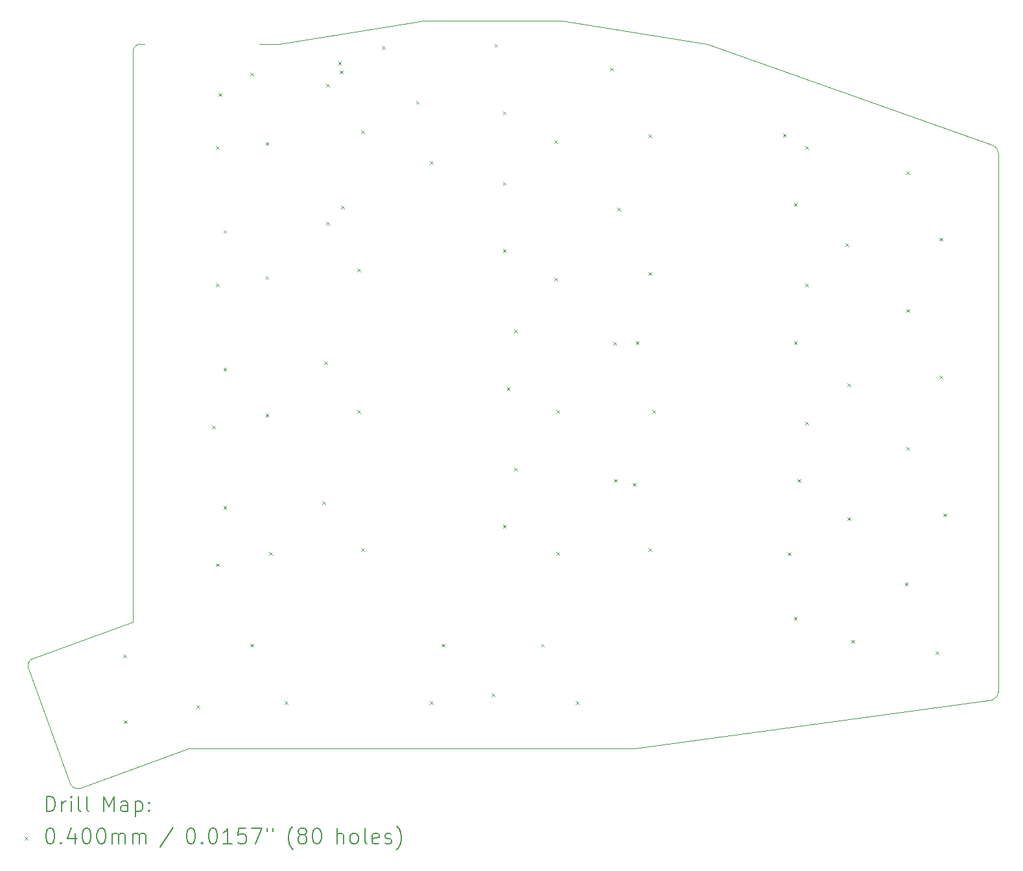
<source format=gbr>
%TF.GenerationSoftware,KiCad,Pcbnew,(7.0.0-0)*%
%TF.CreationDate,2023-03-08T00:10:04+08:00*%
%TF.ProjectId,Input,496e7075-742e-46b6-9963-61645f706362,1*%
%TF.SameCoordinates,PX7bfa480PY6052340*%
%TF.FileFunction,Drillmap*%
%TF.FilePolarity,Positive*%
%FSLAX45Y45*%
G04 Gerber Fmt 4.5, Leading zero omitted, Abs format (unit mm)*
G04 Created by KiCad (PCBNEW (7.0.0-0)) date 2023-03-08 00:10:04*
%MOMM*%
%LPD*%
G01*
G04 APERTURE LIST*
%ADD10C,0.100000*%
%ADD11C,0.200000*%
%ADD12C,0.040000*%
G04 APERTURE END LIST*
D10*
X2900000Y5000000D02*
X1000000Y4700000D01*
X6600000Y4700000D02*
X4700000Y5000000D01*
X-750000Y4700000D02*
X-800000Y4700000D01*
X-900000Y4599000D02*
X-900000Y-2850000D01*
X10325000Y-3860000D02*
G75*
G03*
X10400000Y-3764289I-23570J95711D01*
G01*
X1000000Y4700000D02*
X750000Y4700000D01*
X5650000Y-4500000D02*
X10325000Y-3860000D01*
X-175000Y-4500000D02*
X5650000Y-4500000D01*
X-800000Y4700005D02*
G75*
G03*
X-900000Y4599000I0J-100005D01*
G01*
X-1719107Y-4955972D02*
X-2266339Y-3452464D01*
X-1719110Y-4955973D02*
G75*
G03*
X-1590936Y-5015740I93970J34203D01*
G01*
X10330000Y3375000D02*
X6600000Y4700000D01*
X10400001Y3279289D02*
G75*
G03*
X10330000Y3375000I-100431J1D01*
G01*
X-2206573Y-3324290D02*
G75*
G03*
X-2266339Y-3452464I34203J-93970D01*
G01*
X4700000Y5000000D02*
X2900000Y5000000D01*
X-2206572Y-3324293D02*
X-900000Y-2850000D01*
X-175000Y-4500000D02*
X-1590936Y-5015740D01*
X10400000Y-3764289D02*
X10400000Y3279289D01*
D11*
D12*
X-1027327Y-3272673D02*
X-987327Y-3312673D01*
X-987327Y-3272673D02*
X-1027327Y-3312673D01*
X-1020000Y-4130000D02*
X-980000Y-4170000D01*
X-980000Y-4130000D02*
X-1020000Y-4170000D01*
X-70000Y-3930000D02*
X-30000Y-3970000D01*
X-30000Y-3930000D02*
X-70000Y-3970000D01*
X130000Y-280000D02*
X170000Y-320000D01*
X170000Y-280000D02*
X130000Y-320000D01*
X180000Y3370000D02*
X220000Y3330000D01*
X220000Y3370000D02*
X180000Y3330000D01*
X180000Y1570000D02*
X220000Y1530000D01*
X220000Y1570000D02*
X180000Y1530000D01*
X180000Y-2080000D02*
X220000Y-2120000D01*
X220000Y-2080000D02*
X180000Y-2120000D01*
X216986Y4056986D02*
X256986Y4016986D01*
X256986Y4056986D02*
X216986Y4016986D01*
X280000Y470000D02*
X320000Y430000D01*
X320000Y470000D02*
X280000Y430000D01*
X280000Y-1330000D02*
X320000Y-1370000D01*
X320000Y-1330000D02*
X280000Y-1370000D01*
X280000Y2270000D02*
X320000Y2230000D01*
X320000Y2270000D02*
X280000Y2230000D01*
X630000Y4323300D02*
X670000Y4283300D01*
X670000Y4323300D02*
X630000Y4283300D01*
X630000Y-3130000D02*
X670000Y-3170000D01*
X670000Y-3130000D02*
X630000Y-3170000D01*
X830000Y3420000D02*
X870000Y3380000D01*
X870000Y3420000D02*
X830000Y3380000D01*
X830000Y1670000D02*
X870000Y1630000D01*
X870000Y1670000D02*
X830000Y1630000D01*
X830000Y-130000D02*
X870000Y-170000D01*
X870000Y-130000D02*
X830000Y-170000D01*
X880000Y-1930000D02*
X920000Y-1970000D01*
X920000Y-1930000D02*
X880000Y-1970000D01*
X1080000Y-3880000D02*
X1120000Y-3920000D01*
X1120000Y-3880000D02*
X1080000Y-3920000D01*
X1572500Y-1272500D02*
X1612500Y-1312500D01*
X1612500Y-1272500D02*
X1572500Y-1312500D01*
X1596250Y553750D02*
X1636250Y513750D01*
X1636250Y553750D02*
X1596250Y513750D01*
X1622500Y4177500D02*
X1662500Y4137500D01*
X1662500Y4177500D02*
X1622500Y4137500D01*
X1622500Y2377500D02*
X1662500Y2337500D01*
X1662500Y2377500D02*
X1622500Y2337500D01*
X1780000Y4470000D02*
X1820000Y4430000D01*
X1820000Y4470000D02*
X1780000Y4430000D01*
X1797500Y4352500D02*
X1837500Y4312500D01*
X1837500Y4352500D02*
X1797500Y4312500D01*
X1820000Y2590000D02*
X1860000Y2550000D01*
X1860000Y2590000D02*
X1820000Y2550000D01*
X2030000Y1770000D02*
X2070000Y1730000D01*
X2070000Y1770000D02*
X2030000Y1730000D01*
X2030000Y-80000D02*
X2070000Y-120000D01*
X2070000Y-80000D02*
X2030000Y-120000D01*
X2080000Y3570000D02*
X2120000Y3530000D01*
X2120000Y3570000D02*
X2080000Y3530000D01*
X2080000Y-1880000D02*
X2120000Y-1920000D01*
X2120000Y-1880000D02*
X2080000Y-1920000D01*
X2350000Y4670000D02*
X2390000Y4630000D01*
X2390000Y4670000D02*
X2350000Y4630000D01*
X2795000Y3955000D02*
X2835000Y3915000D01*
X2835000Y3955000D02*
X2795000Y3915000D01*
X2980000Y3170000D02*
X3020000Y3130000D01*
X3020000Y3170000D02*
X2980000Y3130000D01*
X2980000Y-3880000D02*
X3020000Y-3920000D01*
X3020000Y-3880000D02*
X2980000Y-3920000D01*
X3130000Y-3130000D02*
X3170000Y-3170000D01*
X3170000Y-3130000D02*
X3130000Y-3170000D01*
X3780000Y-3780000D02*
X3820000Y-3820000D01*
X3820000Y-3780000D02*
X3780000Y-3820000D01*
X3820000Y4700000D02*
X3860000Y4660000D01*
X3860000Y4700000D02*
X3820000Y4660000D01*
X3930000Y3820000D02*
X3970000Y3780000D01*
X3970000Y3820000D02*
X3930000Y3780000D01*
X3930000Y2897550D02*
X3970000Y2857550D01*
X3970000Y2897550D02*
X3930000Y2857550D01*
X3930000Y2020000D02*
X3970000Y1980000D01*
X3970000Y2020000D02*
X3930000Y1980000D01*
X3930000Y-1580000D02*
X3970000Y-1620000D01*
X3970000Y-1580000D02*
X3930000Y-1620000D01*
X3980000Y220000D02*
X4020000Y180000D01*
X4020000Y220000D02*
X3980000Y180000D01*
X4080000Y970000D02*
X4120000Y930000D01*
X4120000Y970000D02*
X4080000Y930000D01*
X4080000Y-830000D02*
X4120000Y-870000D01*
X4120000Y-830000D02*
X4080000Y-870000D01*
X4430000Y-3130000D02*
X4470000Y-3170000D01*
X4470000Y-3130000D02*
X4430000Y-3170000D01*
X4605500Y3444500D02*
X4645500Y3404500D01*
X4645500Y3444500D02*
X4605500Y3404500D01*
X4605500Y1645500D02*
X4645500Y1605500D01*
X4645500Y1645500D02*
X4605500Y1605500D01*
X4630000Y-80000D02*
X4670000Y-120000D01*
X4670000Y-80000D02*
X4630000Y-120000D01*
X4630000Y-1930000D02*
X4670000Y-1970000D01*
X4670000Y-1930000D02*
X4630000Y-1970000D01*
X4880000Y-3880000D02*
X4920000Y-3920000D01*
X4920000Y-3880000D02*
X4880000Y-3920000D01*
X5330000Y4390000D02*
X5370000Y4350000D01*
X5370000Y4390000D02*
X5330000Y4350000D01*
X5372500Y812500D02*
X5412500Y772500D01*
X5412500Y812500D02*
X5372500Y772500D01*
X5380000Y-980000D02*
X5420000Y-1020000D01*
X5420000Y-980000D02*
X5380000Y-1020000D01*
X5422500Y2562500D02*
X5462500Y2522500D01*
X5462500Y2562500D02*
X5422500Y2522500D01*
X5630000Y-1030000D02*
X5670000Y-1070000D01*
X5670000Y-1030000D02*
X5630000Y-1070000D01*
X5665000Y820000D02*
X5705000Y780000D01*
X5705000Y820000D02*
X5665000Y780000D01*
X5830000Y3520000D02*
X5870000Y3480000D01*
X5870000Y3520000D02*
X5830000Y3480000D01*
X5830000Y1720000D02*
X5870000Y1680000D01*
X5870000Y1720000D02*
X5830000Y1680000D01*
X5830000Y-1880000D02*
X5870000Y-1920000D01*
X5870000Y-1880000D02*
X5830000Y-1920000D01*
X5880000Y-80000D02*
X5920000Y-120000D01*
X5920000Y-80000D02*
X5880000Y-120000D01*
X7587500Y3527500D02*
X7627500Y3487500D01*
X7627500Y3527500D02*
X7587500Y3487500D01*
X7652500Y-1937500D02*
X7692500Y-1977500D01*
X7692500Y-1937500D02*
X7652500Y-1977500D01*
X7730000Y2620000D02*
X7770000Y2580000D01*
X7770000Y2620000D02*
X7730000Y2580000D01*
X7730000Y820000D02*
X7770000Y780000D01*
X7770000Y820000D02*
X7730000Y780000D01*
X7730000Y-2780000D02*
X7770000Y-2820000D01*
X7770000Y-2780000D02*
X7730000Y-2820000D01*
X7780000Y-980000D02*
X7820000Y-1020000D01*
X7820000Y-980000D02*
X7780000Y-1020000D01*
X7880000Y3370000D02*
X7920000Y3330000D01*
X7920000Y3370000D02*
X7880000Y3330000D01*
X7880000Y1570000D02*
X7920000Y1530000D01*
X7920000Y1570000D02*
X7880000Y1530000D01*
X7880000Y-230000D02*
X7920000Y-270000D01*
X7920000Y-230000D02*
X7880000Y-270000D01*
X8405500Y2095500D02*
X8445500Y2055500D01*
X8445500Y2095500D02*
X8405500Y2055500D01*
X8430000Y270000D02*
X8470000Y230000D01*
X8470000Y270000D02*
X8430000Y230000D01*
X8430000Y-1480000D02*
X8470000Y-1520000D01*
X8470000Y-1480000D02*
X8430000Y-1520000D01*
X8480000Y-3080000D02*
X8520000Y-3120000D01*
X8520000Y-3080000D02*
X8480000Y-3120000D01*
X9180000Y-2330000D02*
X9220000Y-2370000D01*
X9220000Y-2330000D02*
X9180000Y-2370000D01*
X9197500Y3037500D02*
X9237500Y2997500D01*
X9237500Y3037500D02*
X9197500Y2997500D01*
X9197500Y1237500D02*
X9237500Y1197500D01*
X9237500Y1237500D02*
X9197500Y1197500D01*
X9197500Y-562500D02*
X9237500Y-602500D01*
X9237500Y-562500D02*
X9197500Y-602500D01*
X9580000Y-3230000D02*
X9620000Y-3270000D01*
X9620000Y-3230000D02*
X9580000Y-3270000D01*
X9630000Y2170000D02*
X9670000Y2130000D01*
X9670000Y2170000D02*
X9630000Y2130000D01*
X9630000Y370000D02*
X9670000Y330000D01*
X9670000Y370000D02*
X9630000Y330000D01*
X9680000Y-1430000D02*
X9720000Y-1470000D01*
X9720000Y-1430000D02*
X9680000Y-1470000D01*
D11*
X-2029752Y-5320247D02*
X-2029752Y-5120247D01*
X-2029752Y-5120247D02*
X-1982133Y-5120247D01*
X-1982133Y-5120247D02*
X-1953561Y-5129771D01*
X-1953561Y-5129771D02*
X-1934514Y-5148819D01*
X-1934514Y-5148819D02*
X-1924990Y-5167866D01*
X-1924990Y-5167866D02*
X-1915466Y-5205961D01*
X-1915466Y-5205961D02*
X-1915466Y-5234533D01*
X-1915466Y-5234533D02*
X-1924990Y-5272628D01*
X-1924990Y-5272628D02*
X-1934514Y-5291676D01*
X-1934514Y-5291676D02*
X-1953561Y-5310723D01*
X-1953561Y-5310723D02*
X-1982133Y-5320247D01*
X-1982133Y-5320247D02*
X-2029752Y-5320247D01*
X-1829752Y-5320247D02*
X-1829752Y-5186914D01*
X-1829752Y-5225009D02*
X-1820228Y-5205961D01*
X-1820228Y-5205961D02*
X-1810704Y-5196438D01*
X-1810704Y-5196438D02*
X-1791657Y-5186914D01*
X-1791657Y-5186914D02*
X-1772609Y-5186914D01*
X-1705942Y-5320247D02*
X-1705942Y-5186914D01*
X-1705942Y-5120247D02*
X-1715466Y-5129771D01*
X-1715466Y-5129771D02*
X-1705942Y-5139295D01*
X-1705942Y-5139295D02*
X-1696418Y-5129771D01*
X-1696418Y-5129771D02*
X-1705942Y-5120247D01*
X-1705942Y-5120247D02*
X-1705942Y-5139295D01*
X-1582133Y-5320247D02*
X-1601180Y-5310723D01*
X-1601180Y-5310723D02*
X-1610704Y-5291676D01*
X-1610704Y-5291676D02*
X-1610704Y-5120247D01*
X-1477371Y-5320247D02*
X-1496418Y-5310723D01*
X-1496418Y-5310723D02*
X-1505942Y-5291676D01*
X-1505942Y-5291676D02*
X-1505942Y-5120247D01*
X-1281180Y-5320247D02*
X-1281180Y-5120247D01*
X-1281180Y-5120247D02*
X-1214514Y-5263104D01*
X-1214514Y-5263104D02*
X-1147847Y-5120247D01*
X-1147847Y-5120247D02*
X-1147847Y-5320247D01*
X-966895Y-5320247D02*
X-966895Y-5215485D01*
X-966895Y-5215485D02*
X-976418Y-5196438D01*
X-976418Y-5196438D02*
X-995466Y-5186914D01*
X-995466Y-5186914D02*
X-1033561Y-5186914D01*
X-1033561Y-5186914D02*
X-1052609Y-5196438D01*
X-966895Y-5310723D02*
X-985942Y-5320247D01*
X-985942Y-5320247D02*
X-1033561Y-5320247D01*
X-1033561Y-5320247D02*
X-1052609Y-5310723D01*
X-1052609Y-5310723D02*
X-1062133Y-5291676D01*
X-1062133Y-5291676D02*
X-1062133Y-5272628D01*
X-1062133Y-5272628D02*
X-1052609Y-5253580D01*
X-1052609Y-5253580D02*
X-1033561Y-5244057D01*
X-1033561Y-5244057D02*
X-985942Y-5244057D01*
X-985942Y-5244057D02*
X-966895Y-5234533D01*
X-871657Y-5186914D02*
X-871657Y-5386914D01*
X-871657Y-5196438D02*
X-852609Y-5186914D01*
X-852609Y-5186914D02*
X-814514Y-5186914D01*
X-814514Y-5186914D02*
X-795466Y-5196438D01*
X-795466Y-5196438D02*
X-785942Y-5205961D01*
X-785942Y-5205961D02*
X-776418Y-5225009D01*
X-776418Y-5225009D02*
X-776418Y-5282152D01*
X-776418Y-5282152D02*
X-785942Y-5301199D01*
X-785942Y-5301199D02*
X-795466Y-5310723D01*
X-795466Y-5310723D02*
X-814514Y-5320247D01*
X-814514Y-5320247D02*
X-852609Y-5320247D01*
X-852609Y-5320247D02*
X-871657Y-5310723D01*
X-690704Y-5301199D02*
X-681180Y-5310723D01*
X-681180Y-5310723D02*
X-690704Y-5320247D01*
X-690704Y-5320247D02*
X-700228Y-5310723D01*
X-700228Y-5310723D02*
X-690704Y-5301199D01*
X-690704Y-5301199D02*
X-690704Y-5320247D01*
X-690704Y-5196438D02*
X-681180Y-5205961D01*
X-681180Y-5205961D02*
X-690704Y-5215485D01*
X-690704Y-5215485D02*
X-700228Y-5205961D01*
X-700228Y-5205961D02*
X-690704Y-5196438D01*
X-690704Y-5196438D02*
X-690704Y-5215485D01*
D12*
X-2317371Y-5646771D02*
X-2277371Y-5686771D01*
X-2277371Y-5646771D02*
X-2317371Y-5686771D01*
D11*
X-1991657Y-5540247D02*
X-1972609Y-5540247D01*
X-1972609Y-5540247D02*
X-1953561Y-5549771D01*
X-1953561Y-5549771D02*
X-1944037Y-5559295D01*
X-1944037Y-5559295D02*
X-1934514Y-5578342D01*
X-1934514Y-5578342D02*
X-1924990Y-5616437D01*
X-1924990Y-5616437D02*
X-1924990Y-5664057D01*
X-1924990Y-5664057D02*
X-1934514Y-5702152D01*
X-1934514Y-5702152D02*
X-1944037Y-5721199D01*
X-1944037Y-5721199D02*
X-1953561Y-5730723D01*
X-1953561Y-5730723D02*
X-1972609Y-5740247D01*
X-1972609Y-5740247D02*
X-1991657Y-5740247D01*
X-1991657Y-5740247D02*
X-2010704Y-5730723D01*
X-2010704Y-5730723D02*
X-2020228Y-5721199D01*
X-2020228Y-5721199D02*
X-2029752Y-5702152D01*
X-2029752Y-5702152D02*
X-2039276Y-5664057D01*
X-2039276Y-5664057D02*
X-2039276Y-5616437D01*
X-2039276Y-5616437D02*
X-2029752Y-5578342D01*
X-2029752Y-5578342D02*
X-2020228Y-5559295D01*
X-2020228Y-5559295D02*
X-2010704Y-5549771D01*
X-2010704Y-5549771D02*
X-1991657Y-5540247D01*
X-1839276Y-5721199D02*
X-1829752Y-5730723D01*
X-1829752Y-5730723D02*
X-1839276Y-5740247D01*
X-1839276Y-5740247D02*
X-1848799Y-5730723D01*
X-1848799Y-5730723D02*
X-1839276Y-5721199D01*
X-1839276Y-5721199D02*
X-1839276Y-5740247D01*
X-1658323Y-5606914D02*
X-1658323Y-5740247D01*
X-1705942Y-5530723D02*
X-1753561Y-5673580D01*
X-1753561Y-5673580D02*
X-1629752Y-5673580D01*
X-1515466Y-5540247D02*
X-1496418Y-5540247D01*
X-1496418Y-5540247D02*
X-1477371Y-5549771D01*
X-1477371Y-5549771D02*
X-1467847Y-5559295D01*
X-1467847Y-5559295D02*
X-1458323Y-5578342D01*
X-1458323Y-5578342D02*
X-1448799Y-5616437D01*
X-1448799Y-5616437D02*
X-1448799Y-5664057D01*
X-1448799Y-5664057D02*
X-1458323Y-5702152D01*
X-1458323Y-5702152D02*
X-1467847Y-5721199D01*
X-1467847Y-5721199D02*
X-1477371Y-5730723D01*
X-1477371Y-5730723D02*
X-1496418Y-5740247D01*
X-1496418Y-5740247D02*
X-1515466Y-5740247D01*
X-1515466Y-5740247D02*
X-1534514Y-5730723D01*
X-1534514Y-5730723D02*
X-1544037Y-5721199D01*
X-1544037Y-5721199D02*
X-1553561Y-5702152D01*
X-1553561Y-5702152D02*
X-1563085Y-5664057D01*
X-1563085Y-5664057D02*
X-1563085Y-5616437D01*
X-1563085Y-5616437D02*
X-1553561Y-5578342D01*
X-1553561Y-5578342D02*
X-1544037Y-5559295D01*
X-1544037Y-5559295D02*
X-1534514Y-5549771D01*
X-1534514Y-5549771D02*
X-1515466Y-5540247D01*
X-1324990Y-5540247D02*
X-1305942Y-5540247D01*
X-1305942Y-5540247D02*
X-1286895Y-5549771D01*
X-1286895Y-5549771D02*
X-1277371Y-5559295D01*
X-1277371Y-5559295D02*
X-1267847Y-5578342D01*
X-1267847Y-5578342D02*
X-1258323Y-5616437D01*
X-1258323Y-5616437D02*
X-1258323Y-5664057D01*
X-1258323Y-5664057D02*
X-1267847Y-5702152D01*
X-1267847Y-5702152D02*
X-1277371Y-5721199D01*
X-1277371Y-5721199D02*
X-1286895Y-5730723D01*
X-1286895Y-5730723D02*
X-1305942Y-5740247D01*
X-1305942Y-5740247D02*
X-1324990Y-5740247D01*
X-1324990Y-5740247D02*
X-1344038Y-5730723D01*
X-1344038Y-5730723D02*
X-1353561Y-5721199D01*
X-1353561Y-5721199D02*
X-1363085Y-5702152D01*
X-1363085Y-5702152D02*
X-1372609Y-5664057D01*
X-1372609Y-5664057D02*
X-1372609Y-5616437D01*
X-1372609Y-5616437D02*
X-1363085Y-5578342D01*
X-1363085Y-5578342D02*
X-1353561Y-5559295D01*
X-1353561Y-5559295D02*
X-1344038Y-5549771D01*
X-1344038Y-5549771D02*
X-1324990Y-5540247D01*
X-1172609Y-5740247D02*
X-1172609Y-5606914D01*
X-1172609Y-5625961D02*
X-1163085Y-5616437D01*
X-1163085Y-5616437D02*
X-1144038Y-5606914D01*
X-1144038Y-5606914D02*
X-1115466Y-5606914D01*
X-1115466Y-5606914D02*
X-1096418Y-5616437D01*
X-1096418Y-5616437D02*
X-1086895Y-5635485D01*
X-1086895Y-5635485D02*
X-1086895Y-5740247D01*
X-1086895Y-5635485D02*
X-1077371Y-5616437D01*
X-1077371Y-5616437D02*
X-1058323Y-5606914D01*
X-1058323Y-5606914D02*
X-1029752Y-5606914D01*
X-1029752Y-5606914D02*
X-1010704Y-5616437D01*
X-1010704Y-5616437D02*
X-1001180Y-5635485D01*
X-1001180Y-5635485D02*
X-1001180Y-5740247D01*
X-905942Y-5740247D02*
X-905942Y-5606914D01*
X-905942Y-5625961D02*
X-896418Y-5616437D01*
X-896418Y-5616437D02*
X-877371Y-5606914D01*
X-877371Y-5606914D02*
X-848799Y-5606914D01*
X-848799Y-5606914D02*
X-829752Y-5616437D01*
X-829752Y-5616437D02*
X-820228Y-5635485D01*
X-820228Y-5635485D02*
X-820228Y-5740247D01*
X-820228Y-5635485D02*
X-810704Y-5616437D01*
X-810704Y-5616437D02*
X-791656Y-5606914D01*
X-791656Y-5606914D02*
X-763085Y-5606914D01*
X-763085Y-5606914D02*
X-744037Y-5616437D01*
X-744037Y-5616437D02*
X-734514Y-5635485D01*
X-734514Y-5635485D02*
X-734514Y-5740247D01*
X-376418Y-5530723D02*
X-547847Y-5787866D01*
X-151657Y-5540247D02*
X-132609Y-5540247D01*
X-132609Y-5540247D02*
X-113561Y-5549771D01*
X-113561Y-5549771D02*
X-104037Y-5559295D01*
X-104037Y-5559295D02*
X-94514Y-5578342D01*
X-94514Y-5578342D02*
X-84990Y-5616437D01*
X-84990Y-5616437D02*
X-84990Y-5664057D01*
X-84990Y-5664057D02*
X-94514Y-5702152D01*
X-94514Y-5702152D02*
X-104037Y-5721199D01*
X-104037Y-5721199D02*
X-113561Y-5730723D01*
X-113561Y-5730723D02*
X-132609Y-5740247D01*
X-132609Y-5740247D02*
X-151657Y-5740247D01*
X-151657Y-5740247D02*
X-170704Y-5730723D01*
X-170704Y-5730723D02*
X-180228Y-5721199D01*
X-180228Y-5721199D02*
X-189752Y-5702152D01*
X-189752Y-5702152D02*
X-199275Y-5664057D01*
X-199275Y-5664057D02*
X-199275Y-5616437D01*
X-199275Y-5616437D02*
X-189752Y-5578342D01*
X-189752Y-5578342D02*
X-180228Y-5559295D01*
X-180228Y-5559295D02*
X-170704Y-5549771D01*
X-170704Y-5549771D02*
X-151657Y-5540247D01*
X724Y-5721199D02*
X10248Y-5730723D01*
X10248Y-5730723D02*
X724Y-5740247D01*
X724Y-5740247D02*
X-8799Y-5730723D01*
X-8799Y-5730723D02*
X724Y-5721199D01*
X724Y-5721199D02*
X724Y-5740247D01*
X134058Y-5540247D02*
X153106Y-5540247D01*
X153106Y-5540247D02*
X172153Y-5549771D01*
X172153Y-5549771D02*
X181677Y-5559295D01*
X181677Y-5559295D02*
X191201Y-5578342D01*
X191201Y-5578342D02*
X200724Y-5616437D01*
X200724Y-5616437D02*
X200724Y-5664057D01*
X200724Y-5664057D02*
X191201Y-5702152D01*
X191201Y-5702152D02*
X181677Y-5721199D01*
X181677Y-5721199D02*
X172153Y-5730723D01*
X172153Y-5730723D02*
X153106Y-5740247D01*
X153106Y-5740247D02*
X134058Y-5740247D01*
X134058Y-5740247D02*
X115010Y-5730723D01*
X115010Y-5730723D02*
X105486Y-5721199D01*
X105486Y-5721199D02*
X95963Y-5702152D01*
X95963Y-5702152D02*
X86439Y-5664057D01*
X86439Y-5664057D02*
X86439Y-5616437D01*
X86439Y-5616437D02*
X95963Y-5578342D01*
X95963Y-5578342D02*
X105486Y-5559295D01*
X105486Y-5559295D02*
X115010Y-5549771D01*
X115010Y-5549771D02*
X134058Y-5540247D01*
X391201Y-5740247D02*
X276915Y-5740247D01*
X334058Y-5740247D02*
X334058Y-5540247D01*
X334058Y-5540247D02*
X315010Y-5568819D01*
X315010Y-5568819D02*
X295963Y-5587866D01*
X295963Y-5587866D02*
X276915Y-5597390D01*
X572153Y-5540247D02*
X476915Y-5540247D01*
X476915Y-5540247D02*
X467391Y-5635485D01*
X467391Y-5635485D02*
X476915Y-5625961D01*
X476915Y-5625961D02*
X495963Y-5616437D01*
X495963Y-5616437D02*
X543582Y-5616437D01*
X543582Y-5616437D02*
X562629Y-5625961D01*
X562629Y-5625961D02*
X572153Y-5635485D01*
X572153Y-5635485D02*
X581677Y-5654533D01*
X581677Y-5654533D02*
X581677Y-5702152D01*
X581677Y-5702152D02*
X572153Y-5721199D01*
X572153Y-5721199D02*
X562629Y-5730723D01*
X562629Y-5730723D02*
X543582Y-5740247D01*
X543582Y-5740247D02*
X495963Y-5740247D01*
X495963Y-5740247D02*
X476915Y-5730723D01*
X476915Y-5730723D02*
X467391Y-5721199D01*
X648344Y-5540247D02*
X781677Y-5540247D01*
X781677Y-5540247D02*
X695963Y-5740247D01*
X848344Y-5540247D02*
X848344Y-5578342D01*
X924534Y-5540247D02*
X924534Y-5578342D01*
X1187391Y-5816437D02*
X1177867Y-5806914D01*
X1177867Y-5806914D02*
X1158820Y-5778342D01*
X1158820Y-5778342D02*
X1149296Y-5759295D01*
X1149296Y-5759295D02*
X1139772Y-5730723D01*
X1139772Y-5730723D02*
X1130248Y-5683104D01*
X1130248Y-5683104D02*
X1130248Y-5645009D01*
X1130248Y-5645009D02*
X1139772Y-5597390D01*
X1139772Y-5597390D02*
X1149296Y-5568819D01*
X1149296Y-5568819D02*
X1158820Y-5549771D01*
X1158820Y-5549771D02*
X1177867Y-5521199D01*
X1177867Y-5521199D02*
X1187391Y-5511676D01*
X1292153Y-5625961D02*
X1273106Y-5616437D01*
X1273106Y-5616437D02*
X1263582Y-5606914D01*
X1263582Y-5606914D02*
X1254058Y-5587866D01*
X1254058Y-5587866D02*
X1254058Y-5578342D01*
X1254058Y-5578342D02*
X1263582Y-5559295D01*
X1263582Y-5559295D02*
X1273106Y-5549771D01*
X1273106Y-5549771D02*
X1292153Y-5540247D01*
X1292153Y-5540247D02*
X1330248Y-5540247D01*
X1330248Y-5540247D02*
X1349296Y-5549771D01*
X1349296Y-5549771D02*
X1358820Y-5559295D01*
X1358820Y-5559295D02*
X1368344Y-5578342D01*
X1368344Y-5578342D02*
X1368344Y-5587866D01*
X1368344Y-5587866D02*
X1358820Y-5606914D01*
X1358820Y-5606914D02*
X1349296Y-5616437D01*
X1349296Y-5616437D02*
X1330248Y-5625961D01*
X1330248Y-5625961D02*
X1292153Y-5625961D01*
X1292153Y-5625961D02*
X1273106Y-5635485D01*
X1273106Y-5635485D02*
X1263582Y-5645009D01*
X1263582Y-5645009D02*
X1254058Y-5664057D01*
X1254058Y-5664057D02*
X1254058Y-5702152D01*
X1254058Y-5702152D02*
X1263582Y-5721199D01*
X1263582Y-5721199D02*
X1273106Y-5730723D01*
X1273106Y-5730723D02*
X1292153Y-5740247D01*
X1292153Y-5740247D02*
X1330248Y-5740247D01*
X1330248Y-5740247D02*
X1349296Y-5730723D01*
X1349296Y-5730723D02*
X1358820Y-5721199D01*
X1358820Y-5721199D02*
X1368344Y-5702152D01*
X1368344Y-5702152D02*
X1368344Y-5664057D01*
X1368344Y-5664057D02*
X1358820Y-5645009D01*
X1358820Y-5645009D02*
X1349296Y-5635485D01*
X1349296Y-5635485D02*
X1330248Y-5625961D01*
X1492153Y-5540247D02*
X1511201Y-5540247D01*
X1511201Y-5540247D02*
X1530248Y-5549771D01*
X1530248Y-5549771D02*
X1539772Y-5559295D01*
X1539772Y-5559295D02*
X1549296Y-5578342D01*
X1549296Y-5578342D02*
X1558820Y-5616437D01*
X1558820Y-5616437D02*
X1558820Y-5664057D01*
X1558820Y-5664057D02*
X1549296Y-5702152D01*
X1549296Y-5702152D02*
X1539772Y-5721199D01*
X1539772Y-5721199D02*
X1530248Y-5730723D01*
X1530248Y-5730723D02*
X1511201Y-5740247D01*
X1511201Y-5740247D02*
X1492153Y-5740247D01*
X1492153Y-5740247D02*
X1473105Y-5730723D01*
X1473105Y-5730723D02*
X1463582Y-5721199D01*
X1463582Y-5721199D02*
X1454058Y-5702152D01*
X1454058Y-5702152D02*
X1444534Y-5664057D01*
X1444534Y-5664057D02*
X1444534Y-5616437D01*
X1444534Y-5616437D02*
X1454058Y-5578342D01*
X1454058Y-5578342D02*
X1463582Y-5559295D01*
X1463582Y-5559295D02*
X1473105Y-5549771D01*
X1473105Y-5549771D02*
X1492153Y-5540247D01*
X1764534Y-5740247D02*
X1764534Y-5540247D01*
X1850248Y-5740247D02*
X1850248Y-5635485D01*
X1850248Y-5635485D02*
X1840725Y-5616437D01*
X1840725Y-5616437D02*
X1821677Y-5606914D01*
X1821677Y-5606914D02*
X1793105Y-5606914D01*
X1793105Y-5606914D02*
X1774058Y-5616437D01*
X1774058Y-5616437D02*
X1764534Y-5625961D01*
X1974058Y-5740247D02*
X1955010Y-5730723D01*
X1955010Y-5730723D02*
X1945486Y-5721199D01*
X1945486Y-5721199D02*
X1935963Y-5702152D01*
X1935963Y-5702152D02*
X1935963Y-5645009D01*
X1935963Y-5645009D02*
X1945486Y-5625961D01*
X1945486Y-5625961D02*
X1955010Y-5616437D01*
X1955010Y-5616437D02*
X1974058Y-5606914D01*
X1974058Y-5606914D02*
X2002629Y-5606914D01*
X2002629Y-5606914D02*
X2021677Y-5616437D01*
X2021677Y-5616437D02*
X2031201Y-5625961D01*
X2031201Y-5625961D02*
X2040725Y-5645009D01*
X2040725Y-5645009D02*
X2040725Y-5702152D01*
X2040725Y-5702152D02*
X2031201Y-5721199D01*
X2031201Y-5721199D02*
X2021677Y-5730723D01*
X2021677Y-5730723D02*
X2002629Y-5740247D01*
X2002629Y-5740247D02*
X1974058Y-5740247D01*
X2155010Y-5740247D02*
X2135963Y-5730723D01*
X2135963Y-5730723D02*
X2126439Y-5711676D01*
X2126439Y-5711676D02*
X2126439Y-5540247D01*
X2307391Y-5730723D02*
X2288344Y-5740247D01*
X2288344Y-5740247D02*
X2250248Y-5740247D01*
X2250248Y-5740247D02*
X2231201Y-5730723D01*
X2231201Y-5730723D02*
X2221677Y-5711676D01*
X2221677Y-5711676D02*
X2221677Y-5635485D01*
X2221677Y-5635485D02*
X2231201Y-5616437D01*
X2231201Y-5616437D02*
X2250248Y-5606914D01*
X2250248Y-5606914D02*
X2288344Y-5606914D01*
X2288344Y-5606914D02*
X2307391Y-5616437D01*
X2307391Y-5616437D02*
X2316915Y-5635485D01*
X2316915Y-5635485D02*
X2316915Y-5654533D01*
X2316915Y-5654533D02*
X2221677Y-5673580D01*
X2393106Y-5730723D02*
X2412153Y-5740247D01*
X2412153Y-5740247D02*
X2450248Y-5740247D01*
X2450248Y-5740247D02*
X2469296Y-5730723D01*
X2469296Y-5730723D02*
X2478820Y-5711676D01*
X2478820Y-5711676D02*
X2478820Y-5702152D01*
X2478820Y-5702152D02*
X2469296Y-5683104D01*
X2469296Y-5683104D02*
X2450248Y-5673580D01*
X2450248Y-5673580D02*
X2421677Y-5673580D01*
X2421677Y-5673580D02*
X2402629Y-5664057D01*
X2402629Y-5664057D02*
X2393106Y-5645009D01*
X2393106Y-5645009D02*
X2393106Y-5635485D01*
X2393106Y-5635485D02*
X2402629Y-5616437D01*
X2402629Y-5616437D02*
X2421677Y-5606914D01*
X2421677Y-5606914D02*
X2450248Y-5606914D01*
X2450248Y-5606914D02*
X2469296Y-5616437D01*
X2545487Y-5816437D02*
X2555010Y-5806914D01*
X2555010Y-5806914D02*
X2574058Y-5778342D01*
X2574058Y-5778342D02*
X2583582Y-5759295D01*
X2583582Y-5759295D02*
X2593106Y-5730723D01*
X2593106Y-5730723D02*
X2602629Y-5683104D01*
X2602629Y-5683104D02*
X2602629Y-5645009D01*
X2602629Y-5645009D02*
X2593106Y-5597390D01*
X2593106Y-5597390D02*
X2583582Y-5568819D01*
X2583582Y-5568819D02*
X2574058Y-5549771D01*
X2574058Y-5549771D02*
X2555010Y-5521199D01*
X2555010Y-5521199D02*
X2545487Y-5511676D01*
M02*

</source>
